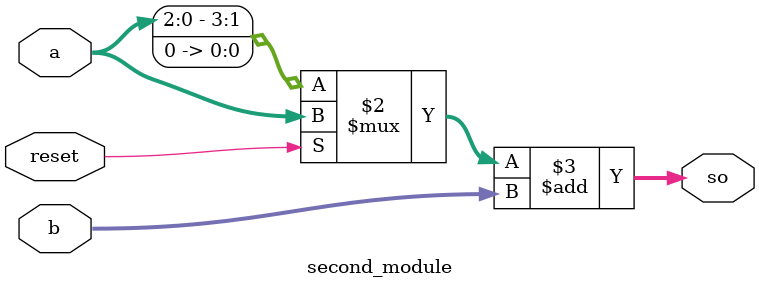
<source format=v>
`define WIDTH 4

module top_module (rst1, rst2, x, y, q);

	input	rst1, rst2;    
	input	[`WIDTH-1:0] x; 
    input	[`WIDTH-1:0] y;
    output	[`WIDTH-1:0] q;

    second_module my_module (.reset(rst1 | rst2), .a(x), .b(y-2), .so(q));

endmodule

module second_module (reset, a, b, so);

	input	reset;
    input	[`WIDTH-1:0] a;
    input	[`WIDTH-1:0] b;
    output	[`WIDTH-1:0] so;

    assign so = (reset ? a : a << 1) + b;
	
endmodule
</source>
